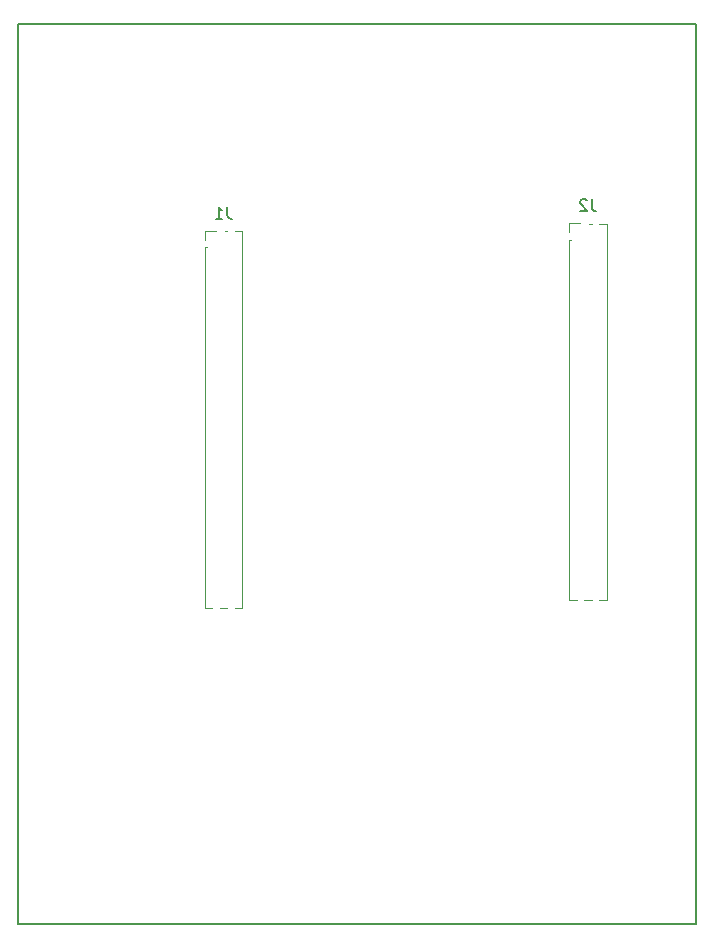
<source format=gbr>
%TF.GenerationSoftware,KiCad,Pcbnew,(7.0.0)*%
%TF.CreationDate,2023-06-01T22:42:06-06:00*%
%TF.ProjectId,STM32F4_lightsaber_shield,53544d33-3246-4345-9f6c-696768747361,rev?*%
%TF.SameCoordinates,Original*%
%TF.FileFunction,Legend,Bot*%
%TF.FilePolarity,Positive*%
%FSLAX46Y46*%
G04 Gerber Fmt 4.6, Leading zero omitted, Abs format (unit mm)*
G04 Created by KiCad (PCBNEW (7.0.0)) date 2023-06-01 22:42:06*
%MOMM*%
%LPD*%
G01*
G04 APERTURE LIST*
%ADD10C,0.150000*%
%ADD11C,0.120000*%
G04 APERTURE END LIST*
D10*
X82931000Y-32639000D02*
X140335000Y-32639000D01*
X140335000Y-32639000D02*
X140335000Y-108839000D01*
X140335000Y-108839000D02*
X82931000Y-108839000D01*
X82931000Y-108839000D02*
X82931000Y-32639000D01*
%TO.C,J1*%
X100663333Y-48159380D02*
X100663333Y-48873666D01*
X100663333Y-48873666D02*
X100710952Y-49016523D01*
X100710952Y-49016523D02*
X100806190Y-49111761D01*
X100806190Y-49111761D02*
X100949047Y-49159380D01*
X100949047Y-49159380D02*
X101044285Y-49159380D01*
X99663333Y-49159380D02*
X100234761Y-49159380D01*
X99949047Y-49159380D02*
X99949047Y-48159380D01*
X99949047Y-48159380D02*
X100044285Y-48302238D01*
X100044285Y-48302238D02*
X100139523Y-48397476D01*
X100139523Y-48397476D02*
X100234761Y-48445095D01*
%TO.C,J2*%
X131524333Y-47524380D02*
X131524333Y-48238666D01*
X131524333Y-48238666D02*
X131571952Y-48381523D01*
X131571952Y-48381523D02*
X131667190Y-48476761D01*
X131667190Y-48476761D02*
X131810047Y-48524380D01*
X131810047Y-48524380D02*
X131905285Y-48524380D01*
X131095761Y-47619619D02*
X131048142Y-47572000D01*
X131048142Y-47572000D02*
X130952904Y-47524380D01*
X130952904Y-47524380D02*
X130714809Y-47524380D01*
X130714809Y-47524380D02*
X130619571Y-47572000D01*
X130619571Y-47572000D02*
X130571952Y-47619619D01*
X130571952Y-47619619D02*
X130524333Y-47714857D01*
X130524333Y-47714857D02*
X130524333Y-47810095D01*
X130524333Y-47810095D02*
X130571952Y-47952952D01*
X130571952Y-47952952D02*
X131143380Y-48524380D01*
X131143380Y-48524380D02*
X130524333Y-48524380D01*
D11*
%TO.C,J1*%
X101915000Y-82102000D02*
X101272530Y-82102000D01*
X101915000Y-50232000D02*
X101915000Y-82102000D01*
X101915000Y-50232000D02*
X101272530Y-50232000D01*
X100657470Y-82102000D02*
X100002530Y-82102000D01*
X100657470Y-50232000D02*
X100455000Y-50232000D01*
X99695000Y-50167000D02*
X98745000Y-50167000D01*
X99387470Y-82102000D02*
X98745000Y-82102000D01*
X98935000Y-51562000D02*
X98745000Y-51562000D01*
X98745000Y-51562000D02*
X98745000Y-82102000D01*
X98745000Y-50167000D02*
X98745000Y-50927000D01*
%TO.C,J2*%
X132776000Y-81467000D02*
X132133530Y-81467000D01*
X132776000Y-49597000D02*
X132776000Y-81467000D01*
X132776000Y-49597000D02*
X132133530Y-49597000D01*
X131518470Y-81467000D02*
X130863530Y-81467000D01*
X131518470Y-49597000D02*
X131316000Y-49597000D01*
X130556000Y-49532000D02*
X129606000Y-49532000D01*
X130248470Y-81467000D02*
X129606000Y-81467000D01*
X129796000Y-50927000D02*
X129606000Y-50927000D01*
X129606000Y-50927000D02*
X129606000Y-81467000D01*
X129606000Y-49532000D02*
X129606000Y-50292000D01*
%TD*%
M02*

</source>
